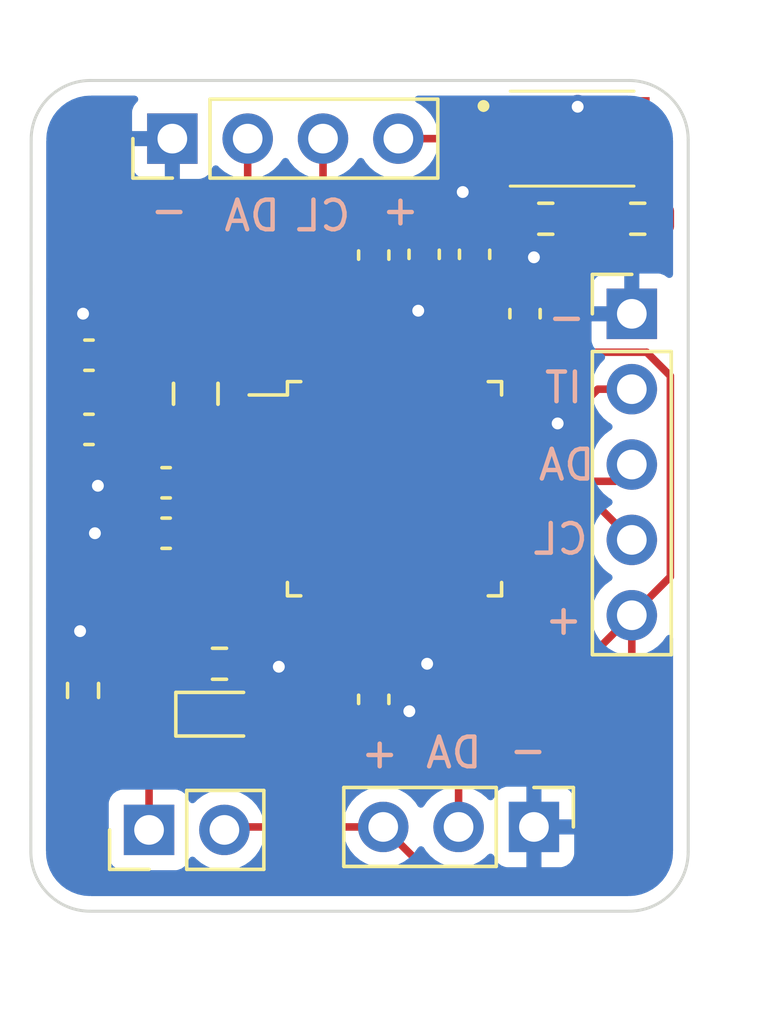
<source format=kicad_pcb>
(kicad_pcb (version 20211014) (generator pcbnew)
  (layers (0 "F.Cu" signal) (31 "B.Cu" signal) (34 "B.Paste" user) (35 "F.Paste" user) (36 "B.SilkS" user "B.Silkscreen") (37 "F.SilkS" user "F.Silkscreen") (38 "B.Mask" user) (39 "F.Mask" user) (44 "Edge.Cuts" user))
  (net 0 "")
  (net 1 "GND")
  (net 2 "Net-(C1-Pad2)")
  (net 3 "Net-(C2-Pad2)")
  (net 4 "Net-(C3-Pad1)")
  (net 5 "Net-(C4-Pad2)")
  (net 6 "Net-(C5-Pad2)")
  (net 7 "+3V3")
  (net 8 "Net-(D1-Pad1)")
  (net 9 "Net-(D1-Pad2)")
  (net 10 "/PT")
  (net 11 "/~{THERM}")
  (net 12 "/SWCLK")
  (net 13 "/SWDIO")
  (net 14 "/INT")
  (net 15 "/SDA")
  (net 16 "/SCL")
  (net 17 "Net-(R1-Pad2)")
  (footprint "Connector_PinHeader_2.54mm:PinHeader_1x03_P2.54mm_Vertical" (layer "F.Cu") (at 133.8 118.9 -90)
    (fp_text reference "J1" hide)
    (fp_text value "Transducer")
    (fp_line (start -1.33 1.27) (end 1.33 1.27) (layer "F.SilkS") (width 0.12))
    (fp_line (start 1.33 1.27) (end 1.33 6.41) (layer "F.SilkS") (width 0.12))
    (fp_line (start -1.33 6.41) (end 1.33 6.41) (layer "F.SilkS") (width 0.12))
    (fp_line (start -1.33 -1.33) (end 0 -1.33) (layer "F.SilkS") (width 0.12))
    (fp_line (start -1.33 1.27) (end -1.33 6.41) (layer "F.SilkS") (width 0.12))
    (fp_line (start -1.33 0) (end -1.33 -1.33) (layer "F.SilkS") (width 0.12))
    (pad "1" thru_hole rect (at 0 0 270) (size 1.7 1.7) (drill 1) (layers *.Cu *.Mask) (net 1 "GND"))
    (pad "2" thru_hole oval (at 0 2.54 270) (size 1.7 1.7) (drill 1) (layers *.Cu *.Mask) (net 10 "/PT"))
    (pad "3" thru_hole oval (at 0 5.08 270) (size 1.7 1.7) (drill 1) (layers *.Cu *.Mask) (net 7 "+3V3"))
  )
  (footprint "Connector_PinHeader_2.54mm:PinHeader_1x05_P2.54mm_Vertical" (layer "F.Cu") (at 137.1 101.605)
    (fp_text reference "J4" hide)
    (fp_text value "Conn_01x05")
    (fp_line (start -1.33 0) (end -1.33 -1.33) (layer "F.SilkS") (width 0.12))
    (fp_line (start 1.33 1.27) (end 1.33 11.49) (layer "F.SilkS") (width 0.12))
    (fp_line (start -1.33 11.49) (end 1.33 11.49) (layer "F.SilkS") (width 0.12))
    (fp_line (start -1.33 -1.33) (end 0 -1.33) (layer "F.SilkS") (width 0.12))
    (fp_line (start -1.33 1.27) (end 1.33 1.27) (layer "F.SilkS") (width 0.12))
    (fp_line (start -1.33 1.27) (end -1.33 11.49) (layer "F.SilkS") (width 0.12))
    (pad "1" thru_hole rect (at 0 0) (size 1.7 1.7) (drill 1) (layers *.Cu *.Mask) (net 1 "GND"))
    (pad "2" thru_hole oval (at 0 2.54) (size 1.7 1.7) (drill 1) (layers *.Cu *.Mask) (net 16 "/SCL"))
    (pad "3" thru_hole oval (at 0 5.08) (size 1.7 1.7) (drill 1) (layers *.Cu *.Mask) (net 15 "/SDA"))
    (pad "4" thru_hole oval (at 0 7.62) (size 1.7 1.7) (drill 1) (layers *.Cu *.Mask) (net 14 "/INT"))
    (pad "5" thru_hole oval (at 0 10.16) (size 1.7 1.7) (drill 1) (layers *.Cu *.Mask) (net 7 "+3V3"))
  )
  (footprint "Capacitor_SMD:C_0603_1608Metric" (layer "F.Cu") (at 118.8 103)
    (fp_text reference "C1" hide)
    (fp_text value "22pF")
    (fp_line (start -0.14058 -0.51) (end 0.14058 -0.51) (layer "F.SilkS") (width 0.12))
    (fp_line (start -0.14058 0.51) (end 0.14058 0.51) (layer "F.SilkS") (width 0.12))
    (pad "1" smd roundrect (at -0.775 0) (size 0.9 0.95) (layers "F.Cu" "F.Paste" "F.Mask") (net 1 "GND"))
    (pad "2" smd roundrect (at 0.775 0) (size 0.9 0.95) (layers "F.Cu" "F.Paste" "F.Mask") (net 2 "Net-(C1-Pad2)"))
  )
  (footprint "Capacitor_SMD:C_0603_1608Metric" (layer "F.Cu") (at 118.8 105.5)
    (fp_text reference "C2" hide)
    (fp_text value "22pF")
    (fp_line (start -0.14058 0.51) (end 0.14058 0.51) (layer "F.SilkS") (width 0.12))
    (fp_line (start -0.14058 -0.51) (end 0.14058 -0.51) (layer "F.SilkS") (width 0.12))
    (pad "1" smd roundrect (at -0.775 0) (size 0.9 0.95) (layers "F.Cu" "F.Paste" "F.Mask") (net 1 "GND"))
    (pad "2" smd roundrect (at 0.775 0) (size 0.9 0.95) (layers "F.Cu" "F.Paste" "F.Mask") (net 3 "Net-(C2-Pad2)"))
  )
  (footprint "Capacitor_SMD:C_0603_1608Metric" (layer "F.Cu") (at 131.8 99.6 90)
    (fp_text reference "C3" hide)
    (fp_text value "0.1uF")
    (fp_line (start -0.14058 0.51) (end 0.14058 0.51) (layer "F.SilkS") (width 0.12))
    (fp_line (start -0.14058 -0.51) (end 0.14058 -0.51) (layer "F.SilkS") (width 0.12))
    (pad "1" smd roundrect (at -0.775 0 90) (size 0.9 0.95) (layers "F.Cu" "F.Paste" "F.Mask") (net 4 "Net-(C3-Pad1)"))
    (pad "2" smd roundrect (at 0.775 0 90) (size 0.9 0.95) (layers "F.Cu" "F.Paste" "F.Mask") (net 1 "GND"))
  )
  (footprint "Resistor_SMD:R_0603_1608Metric" (layer "F.Cu") (at 123.2 113.4)
    (fp_text reference "R3" hide)
    (fp_text value "1K")
    (fp_line (start -0.237258 0.5225) (end 0.237258 0.5225) (layer "F.SilkS") (width 0.12))
    (fp_line (start -0.237258 -0.5225) (end 0.237258 -0.5225) (layer "F.SilkS") (width 0.12))
    (pad "1" smd roundrect (at -0.825 0) (size 0.8 0.95) (layers "F.Cu" "F.Paste" "F.Mask") (net 8 "Net-(D1-Pad1)"))
    (pad "2" smd roundrect (at 0.825 0) (size 0.8 0.95) (layers "F.Cu" "F.Paste" "F.Mask") (net 1 "GND"))
  )
  (footprint "Connector_PinHeader_2.54mm:PinHeader_1x04_P2.54mm_Vertical" (layer "F.Cu") (at 121.61 95.7 90)
    (fp_text reference "J3" hide)
    (fp_text value "Conn_01x04")
    (fp_line (start 1.33 1.27) (end 1.33 8.95) (layer "F.SilkS") (width 0.12))
    (fp_line (start -1.33 -1.33) (end 0 -1.33) (layer "F.SilkS") (width 0.12))
    (fp_line (start -1.33 8.95) (end 1.33 8.95) (layer "F.SilkS") (width 0.12))
    (fp_line (start -1.33 0) (end -1.33 -1.33) (layer "F.SilkS") (width 0.12))
    (fp_line (start -1.33 1.27) (end -1.33 8.95) (layer "F.SilkS") (width 0.12))
    (fp_line (start -1.33 1.27) (end 1.33 1.27) (layer "F.SilkS") (width 0.12))
    (pad "1" thru_hole rect (at 0 0 90) (size 1.7 1.7) (drill 1) (layers *.Cu *.Mask) (net 1 "GND"))
    (pad "2" thru_hole oval (at 0 2.54 90) (size 1.7 1.7) (drill 1) (layers *.Cu *.Mask) (net 13 "/SWDIO"))
    (pad "3" thru_hole oval (at 0 5.08 90) (size 1.7 1.7) (drill 1) (layers *.Cu *.Mask) (net 12 "/SWCLK"))
    (pad "4" thru_hole oval (at 0 7.62 90) (size 1.7 1.7) (drill 1) (layers *.Cu *.Mask) (net 7 "+3V3"))
  )
  (footprint "Capacitor_SMD:C_0603_1608Metric" (layer "F.Cu") (at 121.4 109 180)
    (fp_text reference "C8" hide)
    (fp_text value "1uF")
    (fp_line (start -0.14058 -0.51) (end 0.14058 -0.51) (layer "F.SilkS") (width 0.12))
    (fp_line (start -0.14058 0.51) (end 0.14058 0.51) (layer "F.SilkS") (width 0.12))
    (pad "1" smd roundrect (at -0.775 0 180) (size 0.9 0.95) (layers "F.Cu" "F.Paste" "F.Mask") (net 7 "+3V3"))
    (pad "2" smd roundrect (at 0.775 0 180) (size 0.9 0.95) (layers "F.Cu" "F.Paste" "F.Mask") (net 1 "GND"))
  )
  (footprint "Capacitor_SMD:C_0603_1608Metric" (layer "F.Cu") (at 128.4 114.6 -90)
    (fp_text reference "C7" hide)
    (fp_text value "0.1uF")
    (fp_line (start -0.14058 0.51) (end 0.14058 0.51) (layer "F.SilkS") (width 0.12))
    (fp_line (start -0.14058 -0.51) (end 0.14058 -0.51) (layer "F.SilkS") (width 0.12))
    (pad "1" smd roundrect (at -0.775 0 270) (size 0.9 0.95) (layers "F.Cu" "F.Paste" "F.Mask") (net 7 "+3V3"))
    (pad "2" smd roundrect (at 0.775 0 270) (size 0.9 0.95) (layers "F.Cu" "F.Paste" "F.Mask") (net 1 "GND"))
  )
  (footprint "Resistor_SMD:R_0603_1608Metric" (layer "F.Cu") (at 137.3 98.4 180)
    (fp_text reference "R1" hide)
    (fp_text value "10K")
    (fp_line (start -0.237258 -0.5225) (end 0.237258 -0.5225) (layer "F.SilkS") (width 0.12))
    (fp_line (start -0.237258 0.5225) (end 0.237258 0.5225) (layer "F.SilkS") (width 0.12))
    (pad "1" smd roundrect (at -0.825 0 180) (size 0.8 0.95) (layers "F.Cu" "F.Paste" "F.Mask") (net 7 "+3V3"))
    (pad "2" smd roundrect (at 0.825 0 180) (size 0.8 0.95) (layers "F.Cu" "F.Paste" "F.Mask") (net 17 "Net-(R1-Pad2)"))
  )
  (footprint "Resistor_SMD:R_0603_1608Metric" (layer "F.Cu") (at 118.6 114.3 90)
    (fp_text reference "R4" hide)
    (fp_text value "10K")
    (fp_line (start -0.237258 0.5225) (end 0.237258 0.5225) (layer "F.SilkS") (width 0.12))
    (fp_line (start -0.237258 -0.5225) (end 0.237258 -0.5225) (layer "F.SilkS") (width 0.12))
    (pad "1" smd roundrect (at -0.825 0 90) (size 0.8 0.95) (layers "F.Cu" "F.Paste" "F.Mask") (net 11 "/~{THERM}"))
    (pad "2" smd roundrect (at 0.825 0 90) (size 0.8 0.95) (layers "F.Cu" "F.Paste" "F.Mask") (net 1 "GND"))
  )
  (footprint "Connector_PinHeader_2.54mm:PinHeader_1x02_P2.54mm_Vertical" (layer "F.Cu") (at 120.825 119 90)
    (fp_text reference "J2" hide)
    (fp_text value "Thermistor (10K)")
    (fp_line (start -1.33 1.27) (end 1.33 1.27) (layer "F.SilkS") (width 0.12))
    (fp_line (start 1.33 1.27) (end 1.33 3.87) (layer "F.SilkS") (width 0.12))
    (fp_line (start -1.33 -1.33) (end 0 -1.33) (layer "F.SilkS") (width 0.12))
    (fp_line (start -1.33 3.87) (end 1.33 3.87) (layer "F.SilkS") (width 0.12))
    (fp_line (start -1.33 0) (end -1.33 -1.33) (layer "F.SilkS") (width 0.12))
    (fp_line (start -1.33 1.27) (end -1.33 3.87) (layer "F.SilkS") (width 0.12))
    (pad "1" thru_hole rect (at 0 0 90) (size 1.7 1.7) (drill 1) (layers *.Cu *.Mask) (net 11 "/~{THERM}"))
    (pad "2" thru_hole oval (at 0 2.54 90) (size 1.7 1.7) (drill 1) (layers *.Cu *.Mask) (net 7 "+3V3"))
  )
  (footprint "Capacitor_SMD:C_0603_1608Metric" (layer "F.Cu") (at 128.4 99.625 -90)
    (fp_text reference "C4" hide)
    (fp_text value "0.1uF")
    (fp_line (start -0.14058 -0.51) (end 0.14058 -0.51) (layer "F.SilkS") (width 0.12))
    (fp_line (start -0.14058 0.51) (end 0.14058 0.51) (layer "F.SilkS") (width 0.12))
    (pad "1" smd roundrect (at -0.775 0 270) (size 0.9 0.95) (layers "F.Cu" "F.Paste" "F.Mask") (net 1 "GND"))
    (pad "2" smd roundrect (at 0.775 0 270) (size 0.9 0.95) (layers "F.Cu" "F.Paste" "F.Mask") (net 5 "Net-(C4-Pad2)"))
  )
  (footprint "Resistor_SMD:R_0603_1608Metric" (layer "F.Cu") (at 134.2 98.4 180)
    (fp_text reference "R2" hide)
    (fp_text value "330")
    (fp_line (start -0.237258 0.5225) (end 0.237258 0.5225) (layer "F.SilkS") (width 0.12))
    (fp_line (start -0.237258 -0.5225) (end 0.237258 -0.5225) (layer "F.SilkS") (width 0.12))
    (pad "1" smd roundrect (at -0.825 0 180) (size 0.8 0.95) (layers "F.Cu" "F.Paste" "F.Mask") (net 17 "Net-(R1-Pad2)"))
    (pad "2" smd roundrect (at 0.825 0 180) (size 0.8 0.95) (layers "F.Cu" "F.Paste" "F.Mask") (net 4 "Net-(C3-Pad1)"))
  )
  (footprint "LED_SMD:LED_0603_1608Metric" (layer "F.Cu") (at 123.2125 115.1)
    (fp_text reference "D1" hide)
    (fp_text value "LED")
    (fp_line (start -1.485 -0.735) (end -1.485 0.735) (layer "F.SilkS") (width 0.12))
    (fp_line (start -1.485 0.735) (end 0.8 0.735) (layer "F.SilkS") (width 0.12))
    (fp_line (start 0.8 -0.735) (end -1.485 -0.735) (layer "F.SilkS") (width 0.12))
    (pad "1" smd roundrect (at -0.7875 0) (size 0.875 0.95) (layers "F.Cu" "F.Paste" "F.Mask") (net 8 "Net-(D1-Pad1)"))
    (pad "2" smd roundrect (at 0.7875 0) (size 0.875 0.95) (layers "F.Cu" "F.Paste" "F.Mask") (net 9 "Net-(D1-Pad2)"))
  )
  (footprint "Capacitor_SMD:C_0603_1608Metric" (layer "F.Cu") (at 130.1 99.6 -90)
    (fp_text reference "C5" hide)
    (fp_text value "0.1uF")
    (fp_line (start -0.14058 -0.51) (end 0.14058 -0.51) (layer "F.SilkS") (width 0.12))
    (fp_line (start -0.14058 0.51) (end 0.14058 0.51) (layer "F.SilkS") (width 0.12))
    (pad "1" smd roundrect (at -0.775 0 270) (size 0.9 0.95) (layers "F.Cu" "F.Paste" "F.Mask") (net 1 "GND"))
    (pad "2" smd roundrect (at 0.775 0 270) (size 0.9 0.95) (layers "F.Cu" "F.Paste" "F.Mask") (net 6 "Net-(C5-Pad2)"))
  )
  (footprint "Capacitor_SMD:C_0603_1608Metric" (layer "F.Cu") (at 121.4 107.3 180)
    (fp_text reference "C9" hide)
    (fp_text value "0.1uF")
    (fp_line (start -0.14058 0.51) (end 0.14058 0.51) (layer "F.SilkS") (width 0.12))
    (fp_line (start -0.14058 -0.51) (end 0.14058 -0.51) (layer "F.SilkS") (width 0.12))
    (pad "1" smd roundrect (at -0.775 0 180) (size 0.9 0.95) (layers "F.Cu" "F.Paste" "F.Mask") (net 7 "+3V3"))
    (pad "2" smd roundrect (at 0.775 0 180) (size 0.9 0.95) (layers "F.Cu" "F.Paste" "F.Mask") (net 1 "GND"))
  )
  (footprint "Button_Switch_SMD:PTS810SJG250SMTRLFS" (layer "F.Cu") (at 135.1 95.7)
    (fp_text reference "SW1" hide)
    (fp_text value "~{RESET}")
    (fp_line (start -2.1 1.6) (end 2.075 1.6) (layer "F.SilkS") (width 0.1))
    (fp_line (start -2.1 -1.6) (end 2.075 -1.6) (layer "F.SilkS") (width 0.1))
    (fp_arc (start -3 -1) (mid -3.1 -1.1) (end -3 -1.2) (layer "F.SilkS") (width 0.2))
    (fp_arc (start -3 -1.2) (mid -2.9 -1.1) (end -3 -1) (layer "F.SilkS") (width 0.2))
    (pad "1" smd rect (at -2.075 -1.075) (size 1.05 0.65) (layers "F.Cu" "F.Paste" "F.Mask") (net 1 "GND"))
    (pad "2" smd rect (at 2.075 -1.075) (size 1.05 0.65) (layers "F.Cu" "F.Paste" "F.Mask") (net 1 "GND"))
    (pad "3" smd rect (at -2.075 1.075) (size 1.05 0.65) (layers "F.Cu" "F.Paste" "F.Mask") (net 17 "Net-(R1-Pad2)"))
    (pad "4" smd rect (at 2.075 1.075) (size 1.05 0.65) (layers "F.Cu" "F.Paste" "F.Mask") (net 17 "Net-(R1-Pad2)"))
  )
  (footprint "Crystal:XTAL_ABS07-32.768KHZ-T" (layer "F.Cu") (at 122.4 104.3 -90)
    (fp_text reference "Y1" hide)
    (fp_text value "32768Hz")
    (fp_line (start -0.35 0.75) (end 0.35 0.75) (layer "F.SilkS") (width 0.127))
    (fp_line (start -0.35 -0.75) (end 0.35 -0.75) (layer "F.SilkS") (width 0.127))
    (pad "1" smd rect (at -1.25 0 270) (size 1.1 1.9) (layers "F.Cu" "F.Paste" "F.Mask") (net 2 "Net-(C1-Pad2)"))
    (pad "2" smd rect (at 1.25 0 270) (size 1.1 1.9) (layers "F.Cu" "F.Paste" "F.Mask") (net 3 "Net-(C2-Pad2)"))
  )
  (footprint "Package_QFP:TQFP-48_7x7mm_P0.5mm" (layer "F.Cu") (at 129.1 107.5)
    (fp_text reference "U1" hide)
    (fp_text value "ATSAMD21G18A-A")
    (fp_line (start -3.16 3.61) (end -3.61 3.61) (layer "F.SilkS") (width 0.12))
    (fp_line (start -3.16 -3.61) (end -3.61 -3.61) (layer "F.SilkS") (width 0.12))
    (fp_line (start -3.61 3.61) (end -3.61 3.16) (layer "F.SilkS") (width 0.12))
    (fp_line (start 3.16 -3.61) (end 3.61 -3.61) (layer "F.SilkS") (width 0.12))
    (fp_line (start 3.61 3.61) (end 3.61 3.16) (layer "F.SilkS") (width 0.12))
    (fp_line (start -3.61 -3.61) (end -3.61 -3.16) (layer "F.SilkS") (width 0.12))
    (fp_line (start 3.16 3.61) (end 3.61 3.61) (layer "F.SilkS") (width 0.12))
    (fp_line (start -3.61 -3.16) (end -4.9 -3.16) (layer "F.SilkS") (width 0.12))
    (fp_line (start 3.61 -3.61) (end 3.61 -3.16) (layer "F.SilkS") (width 0.12))
    (pad "1" smd roundrect (at -4.1625 -2.75) (size 1.475 0.3) (layers "F.Cu" "F.Paste" "F.Mask") (net 2 "Net-(C1-Pad2)"))
    (pad "2" smd roundrect (at -4.1625 -2.25) (size 1.475 0.3) (layers "F.Cu" "F.Paste" "F.Mask") (net 3 "Net-(C2-Pad2)"))
    (pad "3" smd roundrect (at -4.1625 -1.75) (size 1.475 0.3) (layers "F.Cu" "F.Paste" "F.Mask"))
    (pad "4" smd roundrect (at -4.1625 -1.25) (size 1.475 0.3) (layers "F.Cu" "F.Paste" "F.Mask"))
    (pad "5" smd roundrect (at -4.1625 -0.75) (size 1.475 0.3) (layers "F.Cu" "F.Paste" "F.Mask") (net 1 "GND"))
    (pad "6" smd roundrect (at -4.1625 -0.25) (size 1.475 0.3) (layers "F.Cu" "F.Paste" "F.Mask") (net 7 "+3V3"))
    (pad "7" smd roundrect (at -4.1625 0.25) (size 1.475 0.3) (layers "F.Cu" "F.Paste" "F.Mask"))
    (pad "8" smd roundrect (at -4.1625 0.75) (size 1.475 0.3) (layers "F.Cu" "F.Paste" "F.Mask"))
    (pad "9" smd roundrect (at -4.1625 1.25) (size 1.475 0.3) (layers "F.Cu" "F.Paste" "F.Mask") (net 11 "/~{THERM}"))
    (pad "10" smd roundrect (at -4.1625 1.75) (size 1.475 0.3) (layers "F.Cu" "F.Paste" "F.Mask") (net 10 "/PT"))
    (pad "11" smd roundrect (at -4.1625 2.25) (size 1.475 0.3) (layers "F.Cu" "F.Paste" "F.Mask"))
    (pad "12" smd roundrect (at -4.1625 2.75) (size 1.475 0.3) (layers "F.Cu" "F.Paste" "F.Mask"))
    (pad "13" smd roundrect (at -2.75 4.1625) (size 0.3 1.475) (layers "F.Cu" "F.Paste" "F.Mask"))
    (pad "14" smd roundrect (at -2.25 4.1625) (size 0.3 1.475) (layers "F.Cu" "F.Paste" "F.Mask"))
    (pad "15" smd roundrect (at -1.75 4.1625) (size 0.3 1.475) (layers "F.Cu" "F.Paste" "F.Mask") (net 9 "Net-(D1-Pad2)"))
    (pad "16" smd roundrect (at -1.25 4.1625) (size 0.3 1.475) (layers "F.Cu" "F.Paste" "F.Mask"))
    (pad "17" smd roundrect (at -0.75 4.1625) (size 0.3 1.475) (layers "F.Cu" "F.Paste" "F.Mask") (net 7 "+3V3"))
    (pad "18" smd roundrect (at -0.25 4.1625) (size 0.3 1.475) (layers "F.Cu" "F.Paste" "F.Mask") (net 1 "GND"))
    (pad "19" smd roundrect (at 0.25 4.1625) (size 0.3 1.475) (layers "F.Cu" "F.Paste" "F.Mask"))
    (pad "20" smd roundrect (at 0.75 4.1625) (size 0.3 1.475) (layers "F.Cu" "F.Paste" "F.Mask"))
    (pad "21" smd roundrect (at 1.25 4.1625) (size 0.3 1.475) (layers "F.Cu" "F.Paste" "F.Mask"))
    (pad "22" smd roundrect (at 1.75 4.1625) (size 0.3 1.475) (layers "F.Cu" "F.Paste" "F.Mask"))
    (pad "23" smd roundrect (at 2.25 4.1625) (size 0.3 1.475) (layers "F.Cu" "F.Paste" "F.Mask"))
    (pad "24" smd roundrect (at 2.75 4.1625) (size 0.3 1.475) (layers "F.Cu" "F.Paste" "F.Mask"))
    (pad "25" smd roundrect (at 4.1625 2.75) (size 1.475 0.3) (layers "F.Cu" "F.Paste" "F.Mask"))
    (pad "26" smd roundrect (at 4.1625 2.25) (size 1.475 0.3) (layers "F.Cu" "F.Paste" "F.Mask"))
    (pad "27" smd roundrect (at 4.1625 1.75) (size 1.475 0.3) (layers "F.Cu" "F.Paste" "F.Mask"))
    (pad "28" smd roundrect (at 4.1625 1.25) (size 1.475 0.3) (layers "F.Cu" "F.Paste" "F.Mask"))
    (pad "29" smd roundrect (at 4.1625 0.75) (size 1.475 0.3) (layers "F.Cu" "F.Paste" "F.Mask"))
    (pad "30" smd roundrect (at 4.1625 0.25) (size 1.475 0.3) (layers "F.Cu" "F.Paste" "F.Mask") (net 14 "/INT"))
    (pad "31" smd roundrect (at 4.1625 -0.25) (size 1.475 0.3) (layers "F.Cu" "F.Paste" "F.Mask") (net 15 "/SDA"))
    (pad "32" smd roundrect (at 4.1625 -0.75) (size 1.475 0.3) (layers "F.Cu" "F.Paste" "F.Mask") (net 16 "/SCL"))
    (pad "33" smd roundrect (at 4.1625 -1.25) (size 1.475 0.3) (layers "F.Cu" "F.Paste" "F.Mask"))
    (pad "34" smd roundrect (at 4.1625 -1.75) (size 1.475 0.3) (layers "F.Cu" "F.Paste" "F.Mask"))
    (pad "35" smd roundrect (at 4.1625 -2.25) (size 1.475 0.3) (layers "F.Cu" "F.Paste" "F.Mask") (net 1 "GND"))
    (pad "36" smd roundrect (at 4.1625 -2.75) (size 1.475 0.3) (layers "F.Cu" "F.Paste" "F.Mask") (net 7 "+3V3"))
    (pad "37" smd roundrect (at 2.75 -4.1625) (size 0.3 1.475) (layers "F.Cu" "F.Paste" "F.Mask"))
    (pad "38" smd roundrect (at 2.25 -4.1625) (size 0.3 1.475) (layers "F.Cu" "F.Paste" "F.Mask"))
    (pad "39" smd roundrect (at 1.75 -4.1625) (size 0.3 1.475) (layers "F.Cu" "F.Paste" "F.Mask"))
    (pad "40" smd roundrect (at 1.25 -4.1625) (size 0.3 1.475) (layers "F.Cu" "F.Paste" "F.Mask") (net 4 "Net-(C3-Pad1)"))
    (pad "41" smd roundrect (at 0.75 -4.1625) (size 0.3 1.475) (layers "F.Cu" "F.Paste" "F.Mask"))
    (pad "42" smd roundrect (at 0.25 -4.1625) (size 0.3 1.475) (layers "F.Cu" "F.Paste" "F.Mask") (net 1 "GND"))
    (pad "43" smd roundrect (at -0.25 -4.1625) (size 0.3 1.475) (layers "F.Cu" "F.Paste" "F.Mask") (net 6 "Net-(C5-Pad2)"))
    (pad "44" smd roundrect (at -0.75 -4.1625) (size 0.3 1.475) (layers "F.Cu" "F.Paste" "F.Mask") (net 5 "Net-(C4-Pad2)"))
    (pad "45" smd roundrect (at -1.25 -4.1625) (size 0.3 1.475) (layers "F.Cu" "F.Paste" "F.Mask") (net 12 "/SWCLK"))
    (pad "46" smd roundrect (at -1.75 -4.1625) (size 0.3 1.475) (layers "F.Cu" "F.Paste" "F.Mask") (net 13 "/SWDIO"))
    (pad "47" smd roundrect (at -2.25 -4.1625) (size 0.3 1.475) (layers "F.Cu" "F.Paste" "F.Mask"))
    (pad "48" smd roundrect (at -2.75 -4.1625) (size 0.3 1.475) (layers "F.Cu" "F.Paste" "F.Mask"))
  )
  (footprint "Capacitor_SMD:C_0603_1608Metric" (layer "F.Cu") (at 133.5 101.6 90)
    (fp_text reference "C6" hide)
    (fp_text value "0.1uF")
    (fp_line (start -0.14058 0.51) (end 0.14058 0.51) (layer "F.SilkS") (width 0.12))
    (fp_line (start -0.14058 -0.51) (end 0.14058 -0.51) (layer "F.SilkS") (width 0.12))
    (pad "1" smd roundrect (at -0.775 0 90) (size 0.9 0.95) (layers "F.Cu" "F.Paste" "F.Mask") (net 7 "+3V3"))
    (pad "2" smd roundrect (at 0.775 0 90) (size 0.9 0.95) (layers "F.Cu" "F.Paste" "F.Mask") (net 1 "GND"))
  )
  (gr_line (start 137 121.74) (end 118.84 121.74) (layer "Edge.Cuts") (width 0.1))
  (gr_arc (start 118.84 121.74) (mid 117.425786 121.154214) (end 116.84 119.74) (layer "Edge.Cuts") (width 0.1))
  (gr_line (start 137 93.74) (end 118.85 93.74) (layer "Edge.Cuts") (width 0.1))
  (gr_line (start 116.84 119.74) (end 116.85 95.74) (layer "Edge.Cuts") (width 0.1))
  (gr_line (start 139 119.74) (end 139 95.74) (layer "Edge.Cuts") (width 0.1))
  (gr_arc (start 137 93.74) (mid 138.414214 94.325786) (end 139 95.74) (layer "Edge.Cuts") (width 0.1))
  (gr_arc (start 139 119.74) (mid 138.414214 121.154214) (end 137 121.74) (layer "Edge.Cuts") (width 0.1))
  (gr_arc (start 116.85 95.74) (mid 117.435786 94.325786) (end 118.85 93.74) (layer "Edge.Cuts") (width 0.1))
  (gr_text "+\n" (at 128.6 116.4) (layer "B.SilkS") (effects (font (size 1 1))))
  (gr_text "CL\n" (at 126.7 98.3) (layer "B.SilkS") (effects (font (size 1 1)) (justify mirror)))
  (gr_text "DA" (at 131.1 116.4) (layer "B.SilkS") (effects (font (size 1 1)) (justify mirror)))
  (gr_text "CL" (at 134.7 109.2) (layer "B.SilkS") (effects (font (size 1 1)) (justify mirror)))
  (gr_text "DA" (at 124.3 98.3) (layer "B.SilkS") (effects (font (size 1 1)) (justify mirror)))
  (gr_text "DA" (at 134.9 106.7) (layer "B.SilkS") (effects (font (size 1 1)) (justify mirror)))
  (gr_text "-" (at 133.6 116.3) (layer "B.SilkS") (effects (font (size 1 1))))
  (gr_text "IT\n\n" (at 134.8 104.9) (layer "B.SilkS") (effects (font (size 1 1)) (justify mirror)))
  (gr_text "-" (at 121.5 98.1) (layer "B.SilkS") (effects (font (size 1 1)) (justify mirror)))
  (gr_text "-" (at 134.9 101.7) (layer "B.SilkS") (effects (font (size 1 1))))
  (gr_text "+\n" (at 129.3 98.1) (layer "B.SilkS") (effects (font (size 1 1))))
  (gr_text "+\n" (at 134.8 111.9) (layer "B.SilkS") (effects (font (size 1 1))))
  (segment (start 118.6 113.475) (end 118.6 112.4) (width 0.254) (layer "F.Cu") (net 1))
  (segment (start 124.9375 106.75) (end 122.879967 106.75) (width 0.254) (layer "F.Cu") (net 1))
  (segment (start 134.55 105.25) (end 134.6 105.3) (width 0.254) (layer "F.Cu") (net 1))
  (segment (start 130.1 98.825) (end 131.8 98.825) (width 0.254) (layer "F.Cu") (net 1))
  (segment (start 135.275 94.625) (end 137.175 94.625) (width 0.254) (layer "F.Cu") (net 1))
  (segment (start 130.1 98.8) (end 131.4 97.5) (width 0.254) (layer "F.Cu") (net 1))
  (segment (start 118.6 112.4) (end 118.5 112.3) (width 0.254) (layer "F.Cu") (net 1))
  (segment (start 129.9 101.982165) (end 129.9 101.7) (width 0.254) (layer "F.Cu") (net 1))
  (segment (start 133.5 100.825) (end 133.5 100) (width 0.254) (layer "F.Cu") (net 1))
  (segment (start 133.2625 105.25) (end 134.55 105.25) (width 0.254) (layer "F.Cu") (net 1))
  (segment (start 133.025 94.625) (end 135.275 94.625) (width 0.254) (layer "F.Cu") (net 1))
  (segment (start 129.55 115.05) (end 129.6 115) (width 0.254) (layer "F.Cu") (net 1))
  (segment (start 122.879967 106.75) (end 122.628447 106.49848) (width 0.254) (layer "F.Cu") (net 1))
  (segment (start 120.625 109) (end 119 109) (width 0.254) (layer "F.Cu") (net 1))
  (segment (start 125.1 113.4) (end 125.2 113.5) (width 0.254) (layer "F.Cu") (net 1))
  (segment (start 120.625 107.3) (end 119.2 107.3) (width 0.254) (layer "F.Cu") (net 1))
  (segment (start 118.025 102.175) (end 118.6 101.6) (width 0.254) (layer "F.Cu") (net 1))
  (segment (start 119.2 107.3) (end 119.1 107.4) (width 0.254) (layer "F.Cu") (net 1))
  (segment (start 133.5 100) (end 133.8 99.7) (width 0.254) (layer "F.Cu") (net 1))
  (segment (start 129.9 101.7) (end 129.9 101.5) (width 0.254) (layer "F.Cu") (net 1))
  (segment (start 118.025 105.5) (end 118.025 103) (width 0.254) (layer "F.Cu") (net 1))
  (segment (start 129.35 103.3375) (end 129.35 102.532165) (width 0.254) (layer "F.Cu") (net 1))
  (segment (start 122.628447 106.49848) (end 121.42652 106.49848) (width 0.254) (layer "F.Cu") (net 1))
  (segment (start 130.1 98.825) (end 130.1 98.8) (width 0.254) (layer "F.Cu") (net 1))
  (segment (start 130.075 98.85) (end 130.1 98.825) (width 0.254) (layer "F.Cu") (net 1))
  (segment (start 128.4 115.05) (end 129.55 115.05) (width 0.254) (layer "F.Cu") (net 1))
  (segment (start 128.85 112.467835) (end 129.682165 113.3) (width 0.254) (layer "F.Cu") (net 1))
  (segment (start 129.682165 113.3) (end 130.2 113.4) (width 0.254) (layer "F.Cu") (net 1))
  (segment (start 118.025 103) (end 118.025 102.175) (width 0.254) (layer "F.Cu") (net 1))
  (segment (start 128.85 111.6625) (end 128.85 112.467835) (width 0.254) (layer "F.Cu") (net 1))
  (segment (start 128.4 98.85) (end 130.075 98.85) (width 0.254) (layer "F.Cu") (net 1))
  (segment (start 130.2 113.4) (end 130.2 113.3) (width 0.254) (layer "F.Cu") (net 1))
  (segment (start 121.42652 106.49848) (end 120.625 107.3) (width 0.254) (layer "F.Cu") (net 1))
  (segment (start 124.025 113.4) (end 125.1 113.4) (width 0.254) (layer "F.Cu") (net 1))
  (segment (start 129.35 102.532165) (end 129.9 101.982165) (width 0.254) (layer "F.Cu") (net 1))
  (via (at 119.1 107.4) (size 0.8) (drill 0.4) (layers "F.Cu" "B.Cu") (net 1))
  (via (at 133.8 99.7) (size 0.8) (drill 0.4) (layers "F.Cu" "B.Cu") (net 1))
  (via (at 135.275 94.625) (size 0.8) (drill 0.4) (layers "F.Cu" "B.Cu") (net 1))
  (via (at 129.6 115) (size 0.8) (drill 0.4) (layers "F.Cu" "B.Cu") (net 1))
  (via (at 118.5 112.3) (size 0.8) (drill 0.4) (layers "F.Cu" "B.Cu") (net 1))
  (via (at 119 109) (size 0.8) (drill 0.4) (layers "F.Cu" "B.Cu") (net 1))
  (via (at 118.6 101.6) (size 0.8) (drill 0.4) (layers "F.Cu" "B.Cu") (net 1))
  (via (at 125.2 113.5) (size 0.8) (drill 0.4) (layers "F.Cu" "B.Cu") (net 1))
  (via (at 130.2 113.4) (size 0.8) (drill 0.4) (layers "F.Cu" "B.Cu") (net 1))
  (via (at 134.6 105.3) (size 0.8) (drill 0.4) (layers "F.Cu" "B.Cu") (net 1))
  (via (at 129.9 101.5) (size 0.8) (drill 0.4) (layers "F.Cu" "B.Cu") (net 1))
  (via (at 131.4 97.5) (size 0.8) (drill 0.4) (layers "F.Cu" "B.Cu") (net 1))
  (segment (start 124.9 104.7125) (end 124.9 103.9) (width 0.254) (layer "F.Cu") (net 2))
  (segment (start 124.9 103.9) (end 124.05 103.05) (width 0.254) (layer "F.Cu") (net 2))
  (segment (start 119.625 103.05) (end 119.575 103) (width 0.254) (layer "F.Cu") (net 2))
  (segment (start 122.4 103.05) (end 119.625 103.05) (width 0.254) (layer "F.Cu") (net 2))
  (segment (start 124.9375 104.75) (end 124.9 104.7125) (width 0.254) (layer "F.Cu") (net 2))
  (segment (start 124.05 103.05) (end 122.4 103.05) (width 0.254) (layer "F.Cu") (net 2))
  (segment (start 119.625 105.55) (end 122.4 105.55) (width 0.254) (layer "F.Cu") (net 3))
  (segment (start 122.7 105.25) (end 122.4 105.55) (width 0.254) (layer "F.Cu") (net 3))
  (segment (start 124.9375 105.25) (end 122.7 105.25) (width 0.254) (layer "F.Cu") (net 3))
  (segment (start 119.575 105.5) (end 119.625 105.55) (width 0.254) (layer "F.Cu") (net 3))
  (segment (start 130.35 102.25) (end 130.35 103.3375) (width 0.254) (layer "F.Cu") (net 4))
  (segment (start 132.875 99.3) (end 132.875 98.9) (width 0.254) (layer "F.Cu") (net 4))
  (segment (start 132.875 99.3) (end 131.8 100.375) (width 0.254) (layer "F.Cu") (net 4))
  (segment (start 130.35 102.25) (end 131.8 100.8) (width 0.254) (layer "F.Cu") (net 4))
  (segment (start 132.875 98.9) (end 133.375 98.4) (width 0.254) (layer "F.Cu") (net 4))
  (segment (start 131.8 100.8) (end 131.8 100.375) (width 0.254) (layer "F.Cu") (net 4))
  (segment (start 128.35 100.45) (end 128.35 103.3375) (width 0.254) (layer "F.Cu") (net 5))
  (segment (start 128.4 100.4) (end 128.35 100.45) (width 0.254) (layer "F.Cu") (net 5))
  (segment (start 129.7625 100.375) (end 130.1 100.375) (width 0.254) (layer "F.Cu") (net 6))
  (segment (start 128.85 103.3375) (end 128.85 101.2875) (width 0.254) (layer "F.Cu") (net 6))
  (segment (start 128.85 101.2875) (end 129.7625 100.375) (width 0.254) (layer "F.Cu") (net 6))
  (segment (start 134.5 102.2) (end 134.325 102.375) (width 0.254) (layer "F.Cu") (net 7))
  (segment (start 134.325 102.375) (end 133.5 102.375) (width 0.254) (layer "F.Cu") (net 7))
  (segment (start 123.465 118.9) (end 123.365 119) (width 0.254) (layer "F.Cu") (net 7))
  (segment (start 130.42 120.6) (end 135.4 120.6) (width 0.254) (layer "F.Cu") (net 7))
  (segment (start 122.225 107.25) (end 122.175 107.3) (width 0.254) (layer "F.Cu") (net 7))
  (segment (start 129.23 95.7) (end 137.8 95.7) (width 0.254) (layer "F.Cu") (net 7))
  (segment (start 124.9375 107.25) (end 129.242835 107.25) (width 0.254) (layer "F.Cu") (net 7))
  (segment (start 128.35 111.6625) (end 128.35 113.775) (width 0.254) (layer "F.Cu") (net 7))
  (segment (start 135.4 120.6) (end 137.1 118.9) (width 0.254) (layer "F.Cu") (net 7))
  (segment (start 132.792835 103.7) (end 133.5 103.7) (width 0.254) (layer "F.Cu") (net 7))
  (segment (start 138.4 110.465) (end 137.1 111.765) (width 0.254) (layer "F.Cu") (net 7))
  (segment (start 137.1 118.9) (end 137.1 111.765) (width 0.254) (layer "F.Cu") (net 7))
  (segment (start 128.72 118.9) (end 123.465 118.9) (width 0.254) (layer "F.Cu") (net 7))
  (segment (start 129.242835 107.25) (end 132.792835 103.7) (width 0.254) (layer "F.Cu") (net 7))
  (segment (start 134.773489 114.126511) (end 135.365 113.535) (width 0.254) (layer "F.Cu") (net 7))
  (segment (start 128.72 118.9) (end 130.42 120.6) (width 0.254) (layer "F.Cu") (net 7))
  (segment (start 135.365 113.535) (end 135.365 113.5) (width 0.254) (layer "F.Cu") (net 7))
  (segment (start 128.35 113.775) (end 128.4 113.825) (width 0.254) (layer "F.Cu") (net 7))
  (segment (start 122.425 107.25) (end 122.375 107.3) (width 0.254) (layer "F.Cu") (net 7))
  (segment (start 137.5 99.6) (end 135.3 99.6) (width 0.254) (layer "F.Cu") (net 7))
  (segment (start 137.6 102.9) (end 138.4 103.7) (width 0.254) (layer "F.Cu") (net 7))
  (segment (start 134.5 102.2) (end 135.2 102.9) (width 0.254) (layer "F.Cu") (net 7))
  (segment (start 133.5 103.7) (end 133.5 104.5125) (width 0.254) (layer "F.Cu") (net 7))
  (segment (start 135.365 113.5) (end 137.1 111.765) (width 0.254) (layer "F.Cu") (net 7))
  (segment (start 124.9375 107.25) (end 122.225 107.25) (width 0.254) (layer "F.Cu") (net 7))
  (segment (start 138.4 103.7) (end 138.4 110.465) (width 0.254) (layer "F.Cu") (net 7))
  (segment (start 128.4 113.825) (end 128.701511 114.126511) (width 0.254) (layer "F.Cu") (net 7))
  (segment (start 135.2 102.9) (end 137.6 102.9) (width 0.254) (layer "F.Cu") (net 7))
  (segment (start 128.4 113.5) (end 128.35 113.45) (width 0.254) (layer "F.Cu") (net 7))
  (segment (start 138.125 98.4) (end 138.125 98.975) (width 0.254) (layer "F.Cu") (net 7))
  (segment (start 137.8 95.7) (end 138.125 96.025) (width 0.254) (layer "F.Cu") (net 7))
  (segment (start 138.125 98.975) (end 137.5 99.6) (width 0.254) (layer "F.Cu") (net 7))
  (segment (start 134.5 100.4) (end 134.5 102.2) (width 0.254) (layer "F.Cu") (net 7))
  (segment (start 122.175 109) (end 122.175 107.3) (width 0.254) (layer "F.Cu") (net 7))
  (segment (start 128.701511 114.126511) (end 134.773489 114.126511) (width 0.254) (layer "F.Cu") (net 7))
  (segment (start 133.5 104.5125) (end 133.2625 104.75) (width 0.254) (layer "F.Cu") (net 7))
  (segment (start 138.125 96.025) (end 138.125 98.4) (width 0.254) (layer "F.Cu") (net 7))
  (segment (start 135.3 99.6) (end 134.5 100.4) (width 0.254) (layer "F.Cu") (net 7))
  (segment (start 133.5 102.375) (end 133.5 103.7) (width 0.254) (layer "F.Cu") (net 7))
  (segment (start 122.375 113.4) (end 122.375 115.05) (width 0.254) (layer "F.Cu") (net 8))
  (segment (start 122.375 115.05) (end 122.425 115.1) (width 0.254) (layer "F.Cu") (net 8))
  (segment (start 127.35 111.6625) (end 127.35 113.45) (width 0.254) (layer "F.Cu") (net 9))
  (segment (start 127.35 113.45) (end 125.7 115.1) (width 0.254) (layer "F.Cu") (net 9))
  (segment (start 125.7 115.1) (end 124 115.1) (width 0.254) (layer "F.Cu") (net 9))
  (segment (start 124.9375 109.25) (end 124.132165 109.25) (width 0.254) (layer "F.Cu") (net 10))
  (segment (start 121.4 115.321128) (end 122.878872 116.8) (width 0.254) (layer "F.Cu") (net 10))
  (segment (start 121.4 111.982165) (end 121.4 115.321128) (width 0.254) (layer "F.Cu") (net 10))
  (segment (start 124.132165 109.25) (end 121.4 111.982165) (width 0.254) (layer "F.Cu") (net 10))
  (segment (start 130.5 116.8) (end 131.26 117.56) (width 0.254) (layer "F.Cu") (net 10))
  (segment (start 131.26 117.56) (end 131.26 118.9) (width 0.254) (layer "F.Cu") (net 10))
  (segment (start 122.878872 116.8) (end 130.5 116.8) (width 0.254) (layer "F.Cu") (net 10))
  (segment (start 118.6 115.125) (end 119.175 115.125) (width 0.254) (layer "F.Cu") (net 11))
  (segment (start 120.825 111.675) (end 120.825 119) (width 0.254) (layer "F.Cu") (net 11))
  (segment (start 120.1 112.4) (end 120.825 111.675) (width 0.254) (layer "F.Cu") (net 11))
  (segment (start 123.75 108.75) (end 120.825 111.675) (width 0.254) (layer "F.Cu") (net 11))
  (segment (start 124.9375 108.75) (end 123.75 108.75) (width 0.254) (layer "F.Cu") (net 11))
  (segment (start 120.1 114.2) (end 120.1 112.4) (width 0.254) (layer "F.Cu") (net 11))
  (segment (start 119.175 115.125) (end 120.1 114.2) (width 0.254) (layer "F.Cu") (net 11))
  (segment (start 126.69 95.7) (end 126.69 100.548626) (width 0.254) (layer "F.Cu") (net 12))
  (segment (start 126.69 100.548626) (end 127.85 101.708626) (width 0.254) (layer "F.Cu") (net 12))
  (segment (start 127.85 101.708626) (end 127.85 103.3375) (width 0.254) (layer "F.Cu") (net 12))
  (segment (start 127.35 103.3375) (end 127.35 101.85) (width 0.254) (layer "F.Cu") (net 13))
  (segment (start 127.35 101.85) (end 124.15 98.65) (width 0.254) (layer "F.Cu") (net 13))
  (segment (start 124.15 98.65) (end 124.15 95.7) (width 0.254) (layer "F.Cu") (net 13))
  (segment (start 135.625 107.75) (end 137.1 109.225) (width 0.254) (layer "F.Cu") (net 14))
  (segment (start 133.2625 107.75) (end 135.625 107.75) (width 0.254) (layer "F.Cu") (net 14))
  (segment (start 133.2625 107.25) (end 136.535 107.25) (width 0.254) (layer "F.Cu") (net 15))
  (segment (start 136.535 107.25) (end 137.1 106.685) (width 0.254) (layer "F.Cu") (net 15))
  (segment (start 133.2625 106.75) (end 135.05 106.75) (width 0.254) (layer "F.Cu") (net 16))
  (segment (start 135.7 104.4) (end 135.955 104.145) (width 0.254) (layer "F.Cu") (net 16))
  (segment (start 135.7 106.1) (end 135.7 104.4) (width 0.254) (layer "F.Cu") (net 16))
  (segment (start 135.955 104.145) (end 137.1 104.145) (width 0.254) (layer "F.Cu") (net 16))
  (segment (start 135.05 106.75) (end 135.7 106.1) (width 0.254) (layer "F.Cu") (net 16))
  (segment (start 136.475 97.475) (end 137.175 96.775) (width 0.254) (layer "F.Cu") (net 17))
  (segment (start 136.475 98.4) (end 136.475 97.475) (width 0.254) (layer "F.Cu") (net 17))
  (segment (start 135.025 98.4) (end 136.475 98.4) (width 0.254) (layer "F.Cu") (net 17))
  (segment (start 133.025 96.775) (end 137.175 96.775) (width 0.254) (layer "F.Cu") (net 17))
  (zone (net 1) (net_name "GND") (layer "B.Cu") (connect_pads (clearance 0.508)) (min_thickness 0.254) (fill yes (thermal_gap 0.508) (thermal_bridge_width 0.508))
    (polygon (pts (xy 139.6 121.9) (xy 115.9 121.7) (xy 115.8 93.6) (xy 139.6 93.7)))
  )
)
</source>
